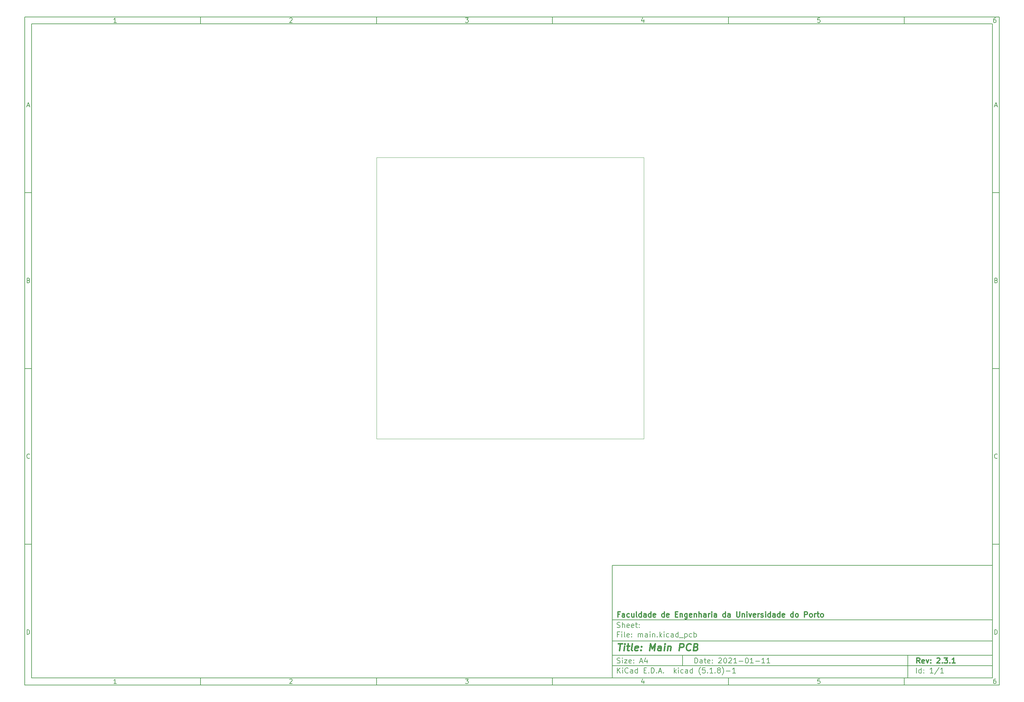
<source format=gbr>
%TF.GenerationSoftware,KiCad,Pcbnew,(5.1.8)-1*%
%TF.CreationDate,2021-01-11T16:48:45+00:00*%
%TF.ProjectId,main,6d61696e-2e6b-4696-9361-645f70636258,2.3.1*%
%TF.SameCoordinates,Original*%
%TF.FileFunction,Profile,NP*%
%FSLAX46Y46*%
G04 Gerber Fmt 4.6, Leading zero omitted, Abs format (unit mm)*
G04 Created by KiCad (PCBNEW (5.1.8)-1) date 2021-01-11 16:48:45*
%MOMM*%
%LPD*%
G01*
G04 APERTURE LIST*
%ADD10C,0.100000*%
%ADD11C,0.150000*%
%ADD12C,0.300000*%
%ADD13C,0.400000*%
%TA.AperFunction,Profile*%
%ADD14C,0.100000*%
%TD*%
G04 APERTURE END LIST*
D10*
D11*
X177002200Y-166007200D02*
X177002200Y-198007200D01*
X285002200Y-198007200D01*
X285002200Y-166007200D01*
X177002200Y-166007200D01*
D10*
D11*
X10000000Y-10000000D02*
X10000000Y-200007200D01*
X287002200Y-200007200D01*
X287002200Y-10000000D01*
X10000000Y-10000000D01*
D10*
D11*
X12000000Y-12000000D02*
X12000000Y-198007200D01*
X285002200Y-198007200D01*
X285002200Y-12000000D01*
X12000000Y-12000000D01*
D10*
D11*
X60000000Y-12000000D02*
X60000000Y-10000000D01*
D10*
D11*
X110000000Y-12000000D02*
X110000000Y-10000000D01*
D10*
D11*
X160000000Y-12000000D02*
X160000000Y-10000000D01*
D10*
D11*
X210000000Y-12000000D02*
X210000000Y-10000000D01*
D10*
D11*
X260000000Y-12000000D02*
X260000000Y-10000000D01*
D10*
D11*
X36065476Y-11588095D02*
X35322619Y-11588095D01*
X35694047Y-11588095D02*
X35694047Y-10288095D01*
X35570238Y-10473809D01*
X35446428Y-10597619D01*
X35322619Y-10659523D01*
D10*
D11*
X85322619Y-10411904D02*
X85384523Y-10350000D01*
X85508333Y-10288095D01*
X85817857Y-10288095D01*
X85941666Y-10350000D01*
X86003571Y-10411904D01*
X86065476Y-10535714D01*
X86065476Y-10659523D01*
X86003571Y-10845238D01*
X85260714Y-11588095D01*
X86065476Y-11588095D01*
D10*
D11*
X135260714Y-10288095D02*
X136065476Y-10288095D01*
X135632142Y-10783333D01*
X135817857Y-10783333D01*
X135941666Y-10845238D01*
X136003571Y-10907142D01*
X136065476Y-11030952D01*
X136065476Y-11340476D01*
X136003571Y-11464285D01*
X135941666Y-11526190D01*
X135817857Y-11588095D01*
X135446428Y-11588095D01*
X135322619Y-11526190D01*
X135260714Y-11464285D01*
D10*
D11*
X185941666Y-10721428D02*
X185941666Y-11588095D01*
X185632142Y-10226190D02*
X185322619Y-11154761D01*
X186127380Y-11154761D01*
D10*
D11*
X236003571Y-10288095D02*
X235384523Y-10288095D01*
X235322619Y-10907142D01*
X235384523Y-10845238D01*
X235508333Y-10783333D01*
X235817857Y-10783333D01*
X235941666Y-10845238D01*
X236003571Y-10907142D01*
X236065476Y-11030952D01*
X236065476Y-11340476D01*
X236003571Y-11464285D01*
X235941666Y-11526190D01*
X235817857Y-11588095D01*
X235508333Y-11588095D01*
X235384523Y-11526190D01*
X235322619Y-11464285D01*
D10*
D11*
X285941666Y-10288095D02*
X285694047Y-10288095D01*
X285570238Y-10350000D01*
X285508333Y-10411904D01*
X285384523Y-10597619D01*
X285322619Y-10845238D01*
X285322619Y-11340476D01*
X285384523Y-11464285D01*
X285446428Y-11526190D01*
X285570238Y-11588095D01*
X285817857Y-11588095D01*
X285941666Y-11526190D01*
X286003571Y-11464285D01*
X286065476Y-11340476D01*
X286065476Y-11030952D01*
X286003571Y-10907142D01*
X285941666Y-10845238D01*
X285817857Y-10783333D01*
X285570238Y-10783333D01*
X285446428Y-10845238D01*
X285384523Y-10907142D01*
X285322619Y-11030952D01*
D10*
D11*
X60000000Y-198007200D02*
X60000000Y-200007200D01*
D10*
D11*
X110000000Y-198007200D02*
X110000000Y-200007200D01*
D10*
D11*
X160000000Y-198007200D02*
X160000000Y-200007200D01*
D10*
D11*
X210000000Y-198007200D02*
X210000000Y-200007200D01*
D10*
D11*
X260000000Y-198007200D02*
X260000000Y-200007200D01*
D10*
D11*
X36065476Y-199595295D02*
X35322619Y-199595295D01*
X35694047Y-199595295D02*
X35694047Y-198295295D01*
X35570238Y-198481009D01*
X35446428Y-198604819D01*
X35322619Y-198666723D01*
D10*
D11*
X85322619Y-198419104D02*
X85384523Y-198357200D01*
X85508333Y-198295295D01*
X85817857Y-198295295D01*
X85941666Y-198357200D01*
X86003571Y-198419104D01*
X86065476Y-198542914D01*
X86065476Y-198666723D01*
X86003571Y-198852438D01*
X85260714Y-199595295D01*
X86065476Y-199595295D01*
D10*
D11*
X135260714Y-198295295D02*
X136065476Y-198295295D01*
X135632142Y-198790533D01*
X135817857Y-198790533D01*
X135941666Y-198852438D01*
X136003571Y-198914342D01*
X136065476Y-199038152D01*
X136065476Y-199347676D01*
X136003571Y-199471485D01*
X135941666Y-199533390D01*
X135817857Y-199595295D01*
X135446428Y-199595295D01*
X135322619Y-199533390D01*
X135260714Y-199471485D01*
D10*
D11*
X185941666Y-198728628D02*
X185941666Y-199595295D01*
X185632142Y-198233390D02*
X185322619Y-199161961D01*
X186127380Y-199161961D01*
D10*
D11*
X236003571Y-198295295D02*
X235384523Y-198295295D01*
X235322619Y-198914342D01*
X235384523Y-198852438D01*
X235508333Y-198790533D01*
X235817857Y-198790533D01*
X235941666Y-198852438D01*
X236003571Y-198914342D01*
X236065476Y-199038152D01*
X236065476Y-199347676D01*
X236003571Y-199471485D01*
X235941666Y-199533390D01*
X235817857Y-199595295D01*
X235508333Y-199595295D01*
X235384523Y-199533390D01*
X235322619Y-199471485D01*
D10*
D11*
X285941666Y-198295295D02*
X285694047Y-198295295D01*
X285570238Y-198357200D01*
X285508333Y-198419104D01*
X285384523Y-198604819D01*
X285322619Y-198852438D01*
X285322619Y-199347676D01*
X285384523Y-199471485D01*
X285446428Y-199533390D01*
X285570238Y-199595295D01*
X285817857Y-199595295D01*
X285941666Y-199533390D01*
X286003571Y-199471485D01*
X286065476Y-199347676D01*
X286065476Y-199038152D01*
X286003571Y-198914342D01*
X285941666Y-198852438D01*
X285817857Y-198790533D01*
X285570238Y-198790533D01*
X285446428Y-198852438D01*
X285384523Y-198914342D01*
X285322619Y-199038152D01*
D10*
D11*
X10000000Y-60000000D02*
X12000000Y-60000000D01*
D10*
D11*
X10000000Y-110000000D02*
X12000000Y-110000000D01*
D10*
D11*
X10000000Y-160000000D02*
X12000000Y-160000000D01*
D10*
D11*
X10690476Y-35216666D02*
X11309523Y-35216666D01*
X10566666Y-35588095D02*
X11000000Y-34288095D01*
X11433333Y-35588095D01*
D10*
D11*
X11092857Y-84907142D02*
X11278571Y-84969047D01*
X11340476Y-85030952D01*
X11402380Y-85154761D01*
X11402380Y-85340476D01*
X11340476Y-85464285D01*
X11278571Y-85526190D01*
X11154761Y-85588095D01*
X10659523Y-85588095D01*
X10659523Y-84288095D01*
X11092857Y-84288095D01*
X11216666Y-84350000D01*
X11278571Y-84411904D01*
X11340476Y-84535714D01*
X11340476Y-84659523D01*
X11278571Y-84783333D01*
X11216666Y-84845238D01*
X11092857Y-84907142D01*
X10659523Y-84907142D01*
D10*
D11*
X11402380Y-135464285D02*
X11340476Y-135526190D01*
X11154761Y-135588095D01*
X11030952Y-135588095D01*
X10845238Y-135526190D01*
X10721428Y-135402380D01*
X10659523Y-135278571D01*
X10597619Y-135030952D01*
X10597619Y-134845238D01*
X10659523Y-134597619D01*
X10721428Y-134473809D01*
X10845238Y-134350000D01*
X11030952Y-134288095D01*
X11154761Y-134288095D01*
X11340476Y-134350000D01*
X11402380Y-134411904D01*
D10*
D11*
X10659523Y-185588095D02*
X10659523Y-184288095D01*
X10969047Y-184288095D01*
X11154761Y-184350000D01*
X11278571Y-184473809D01*
X11340476Y-184597619D01*
X11402380Y-184845238D01*
X11402380Y-185030952D01*
X11340476Y-185278571D01*
X11278571Y-185402380D01*
X11154761Y-185526190D01*
X10969047Y-185588095D01*
X10659523Y-185588095D01*
D10*
D11*
X287002200Y-60000000D02*
X285002200Y-60000000D01*
D10*
D11*
X287002200Y-110000000D02*
X285002200Y-110000000D01*
D10*
D11*
X287002200Y-160000000D02*
X285002200Y-160000000D01*
D10*
D11*
X285692676Y-35216666D02*
X286311723Y-35216666D01*
X285568866Y-35588095D02*
X286002200Y-34288095D01*
X286435533Y-35588095D01*
D10*
D11*
X286095057Y-84907142D02*
X286280771Y-84969047D01*
X286342676Y-85030952D01*
X286404580Y-85154761D01*
X286404580Y-85340476D01*
X286342676Y-85464285D01*
X286280771Y-85526190D01*
X286156961Y-85588095D01*
X285661723Y-85588095D01*
X285661723Y-84288095D01*
X286095057Y-84288095D01*
X286218866Y-84350000D01*
X286280771Y-84411904D01*
X286342676Y-84535714D01*
X286342676Y-84659523D01*
X286280771Y-84783333D01*
X286218866Y-84845238D01*
X286095057Y-84907142D01*
X285661723Y-84907142D01*
D10*
D11*
X286404580Y-135464285D02*
X286342676Y-135526190D01*
X286156961Y-135588095D01*
X286033152Y-135588095D01*
X285847438Y-135526190D01*
X285723628Y-135402380D01*
X285661723Y-135278571D01*
X285599819Y-135030952D01*
X285599819Y-134845238D01*
X285661723Y-134597619D01*
X285723628Y-134473809D01*
X285847438Y-134350000D01*
X286033152Y-134288095D01*
X286156961Y-134288095D01*
X286342676Y-134350000D01*
X286404580Y-134411904D01*
D10*
D11*
X285661723Y-185588095D02*
X285661723Y-184288095D01*
X285971247Y-184288095D01*
X286156961Y-184350000D01*
X286280771Y-184473809D01*
X286342676Y-184597619D01*
X286404580Y-184845238D01*
X286404580Y-185030952D01*
X286342676Y-185278571D01*
X286280771Y-185402380D01*
X286156961Y-185526190D01*
X285971247Y-185588095D01*
X285661723Y-185588095D01*
D10*
D11*
X200434342Y-193785771D02*
X200434342Y-192285771D01*
X200791485Y-192285771D01*
X201005771Y-192357200D01*
X201148628Y-192500057D01*
X201220057Y-192642914D01*
X201291485Y-192928628D01*
X201291485Y-193142914D01*
X201220057Y-193428628D01*
X201148628Y-193571485D01*
X201005771Y-193714342D01*
X200791485Y-193785771D01*
X200434342Y-193785771D01*
X202577200Y-193785771D02*
X202577200Y-193000057D01*
X202505771Y-192857200D01*
X202362914Y-192785771D01*
X202077200Y-192785771D01*
X201934342Y-192857200D01*
X202577200Y-193714342D02*
X202434342Y-193785771D01*
X202077200Y-193785771D01*
X201934342Y-193714342D01*
X201862914Y-193571485D01*
X201862914Y-193428628D01*
X201934342Y-193285771D01*
X202077200Y-193214342D01*
X202434342Y-193214342D01*
X202577200Y-193142914D01*
X203077200Y-192785771D02*
X203648628Y-192785771D01*
X203291485Y-192285771D02*
X203291485Y-193571485D01*
X203362914Y-193714342D01*
X203505771Y-193785771D01*
X203648628Y-193785771D01*
X204720057Y-193714342D02*
X204577200Y-193785771D01*
X204291485Y-193785771D01*
X204148628Y-193714342D01*
X204077200Y-193571485D01*
X204077200Y-193000057D01*
X204148628Y-192857200D01*
X204291485Y-192785771D01*
X204577200Y-192785771D01*
X204720057Y-192857200D01*
X204791485Y-193000057D01*
X204791485Y-193142914D01*
X204077200Y-193285771D01*
X205434342Y-193642914D02*
X205505771Y-193714342D01*
X205434342Y-193785771D01*
X205362914Y-193714342D01*
X205434342Y-193642914D01*
X205434342Y-193785771D01*
X205434342Y-192857200D02*
X205505771Y-192928628D01*
X205434342Y-193000057D01*
X205362914Y-192928628D01*
X205434342Y-192857200D01*
X205434342Y-193000057D01*
X207220057Y-192428628D02*
X207291485Y-192357200D01*
X207434342Y-192285771D01*
X207791485Y-192285771D01*
X207934342Y-192357200D01*
X208005771Y-192428628D01*
X208077200Y-192571485D01*
X208077200Y-192714342D01*
X208005771Y-192928628D01*
X207148628Y-193785771D01*
X208077200Y-193785771D01*
X209005771Y-192285771D02*
X209148628Y-192285771D01*
X209291485Y-192357200D01*
X209362914Y-192428628D01*
X209434342Y-192571485D01*
X209505771Y-192857200D01*
X209505771Y-193214342D01*
X209434342Y-193500057D01*
X209362914Y-193642914D01*
X209291485Y-193714342D01*
X209148628Y-193785771D01*
X209005771Y-193785771D01*
X208862914Y-193714342D01*
X208791485Y-193642914D01*
X208720057Y-193500057D01*
X208648628Y-193214342D01*
X208648628Y-192857200D01*
X208720057Y-192571485D01*
X208791485Y-192428628D01*
X208862914Y-192357200D01*
X209005771Y-192285771D01*
X210077200Y-192428628D02*
X210148628Y-192357200D01*
X210291485Y-192285771D01*
X210648628Y-192285771D01*
X210791485Y-192357200D01*
X210862914Y-192428628D01*
X210934342Y-192571485D01*
X210934342Y-192714342D01*
X210862914Y-192928628D01*
X210005771Y-193785771D01*
X210934342Y-193785771D01*
X212362914Y-193785771D02*
X211505771Y-193785771D01*
X211934342Y-193785771D02*
X211934342Y-192285771D01*
X211791485Y-192500057D01*
X211648628Y-192642914D01*
X211505771Y-192714342D01*
X213005771Y-193214342D02*
X214148628Y-193214342D01*
X215148628Y-192285771D02*
X215291485Y-192285771D01*
X215434342Y-192357200D01*
X215505771Y-192428628D01*
X215577200Y-192571485D01*
X215648628Y-192857200D01*
X215648628Y-193214342D01*
X215577200Y-193500057D01*
X215505771Y-193642914D01*
X215434342Y-193714342D01*
X215291485Y-193785771D01*
X215148628Y-193785771D01*
X215005771Y-193714342D01*
X214934342Y-193642914D01*
X214862914Y-193500057D01*
X214791485Y-193214342D01*
X214791485Y-192857200D01*
X214862914Y-192571485D01*
X214934342Y-192428628D01*
X215005771Y-192357200D01*
X215148628Y-192285771D01*
X217077200Y-193785771D02*
X216220057Y-193785771D01*
X216648628Y-193785771D02*
X216648628Y-192285771D01*
X216505771Y-192500057D01*
X216362914Y-192642914D01*
X216220057Y-192714342D01*
X217720057Y-193214342D02*
X218862914Y-193214342D01*
X220362914Y-193785771D02*
X219505771Y-193785771D01*
X219934342Y-193785771D02*
X219934342Y-192285771D01*
X219791485Y-192500057D01*
X219648628Y-192642914D01*
X219505771Y-192714342D01*
X221791485Y-193785771D02*
X220934342Y-193785771D01*
X221362914Y-193785771D02*
X221362914Y-192285771D01*
X221220057Y-192500057D01*
X221077200Y-192642914D01*
X220934342Y-192714342D01*
D10*
D11*
X177002200Y-194507200D02*
X285002200Y-194507200D01*
D10*
D11*
X178434342Y-196585771D02*
X178434342Y-195085771D01*
X179291485Y-196585771D02*
X178648628Y-195728628D01*
X179291485Y-195085771D02*
X178434342Y-195942914D01*
X179934342Y-196585771D02*
X179934342Y-195585771D01*
X179934342Y-195085771D02*
X179862914Y-195157200D01*
X179934342Y-195228628D01*
X180005771Y-195157200D01*
X179934342Y-195085771D01*
X179934342Y-195228628D01*
X181505771Y-196442914D02*
X181434342Y-196514342D01*
X181220057Y-196585771D01*
X181077200Y-196585771D01*
X180862914Y-196514342D01*
X180720057Y-196371485D01*
X180648628Y-196228628D01*
X180577200Y-195942914D01*
X180577200Y-195728628D01*
X180648628Y-195442914D01*
X180720057Y-195300057D01*
X180862914Y-195157200D01*
X181077200Y-195085771D01*
X181220057Y-195085771D01*
X181434342Y-195157200D01*
X181505771Y-195228628D01*
X182791485Y-196585771D02*
X182791485Y-195800057D01*
X182720057Y-195657200D01*
X182577200Y-195585771D01*
X182291485Y-195585771D01*
X182148628Y-195657200D01*
X182791485Y-196514342D02*
X182648628Y-196585771D01*
X182291485Y-196585771D01*
X182148628Y-196514342D01*
X182077200Y-196371485D01*
X182077200Y-196228628D01*
X182148628Y-196085771D01*
X182291485Y-196014342D01*
X182648628Y-196014342D01*
X182791485Y-195942914D01*
X184148628Y-196585771D02*
X184148628Y-195085771D01*
X184148628Y-196514342D02*
X184005771Y-196585771D01*
X183720057Y-196585771D01*
X183577200Y-196514342D01*
X183505771Y-196442914D01*
X183434342Y-196300057D01*
X183434342Y-195871485D01*
X183505771Y-195728628D01*
X183577200Y-195657200D01*
X183720057Y-195585771D01*
X184005771Y-195585771D01*
X184148628Y-195657200D01*
X186005771Y-195800057D02*
X186505771Y-195800057D01*
X186720057Y-196585771D02*
X186005771Y-196585771D01*
X186005771Y-195085771D01*
X186720057Y-195085771D01*
X187362914Y-196442914D02*
X187434342Y-196514342D01*
X187362914Y-196585771D01*
X187291485Y-196514342D01*
X187362914Y-196442914D01*
X187362914Y-196585771D01*
X188077200Y-196585771D02*
X188077200Y-195085771D01*
X188434342Y-195085771D01*
X188648628Y-195157200D01*
X188791485Y-195300057D01*
X188862914Y-195442914D01*
X188934342Y-195728628D01*
X188934342Y-195942914D01*
X188862914Y-196228628D01*
X188791485Y-196371485D01*
X188648628Y-196514342D01*
X188434342Y-196585771D01*
X188077200Y-196585771D01*
X189577200Y-196442914D02*
X189648628Y-196514342D01*
X189577200Y-196585771D01*
X189505771Y-196514342D01*
X189577200Y-196442914D01*
X189577200Y-196585771D01*
X190220057Y-196157200D02*
X190934342Y-196157200D01*
X190077200Y-196585771D02*
X190577200Y-195085771D01*
X191077200Y-196585771D01*
X191577200Y-196442914D02*
X191648628Y-196514342D01*
X191577200Y-196585771D01*
X191505771Y-196514342D01*
X191577200Y-196442914D01*
X191577200Y-196585771D01*
X194577200Y-196585771D02*
X194577200Y-195085771D01*
X194720057Y-196014342D02*
X195148628Y-196585771D01*
X195148628Y-195585771D02*
X194577200Y-196157200D01*
X195791485Y-196585771D02*
X195791485Y-195585771D01*
X195791485Y-195085771D02*
X195720057Y-195157200D01*
X195791485Y-195228628D01*
X195862914Y-195157200D01*
X195791485Y-195085771D01*
X195791485Y-195228628D01*
X197148628Y-196514342D02*
X197005771Y-196585771D01*
X196720057Y-196585771D01*
X196577200Y-196514342D01*
X196505771Y-196442914D01*
X196434342Y-196300057D01*
X196434342Y-195871485D01*
X196505771Y-195728628D01*
X196577200Y-195657200D01*
X196720057Y-195585771D01*
X197005771Y-195585771D01*
X197148628Y-195657200D01*
X198434342Y-196585771D02*
X198434342Y-195800057D01*
X198362914Y-195657200D01*
X198220057Y-195585771D01*
X197934342Y-195585771D01*
X197791485Y-195657200D01*
X198434342Y-196514342D02*
X198291485Y-196585771D01*
X197934342Y-196585771D01*
X197791485Y-196514342D01*
X197720057Y-196371485D01*
X197720057Y-196228628D01*
X197791485Y-196085771D01*
X197934342Y-196014342D01*
X198291485Y-196014342D01*
X198434342Y-195942914D01*
X199791485Y-196585771D02*
X199791485Y-195085771D01*
X199791485Y-196514342D02*
X199648628Y-196585771D01*
X199362914Y-196585771D01*
X199220057Y-196514342D01*
X199148628Y-196442914D01*
X199077200Y-196300057D01*
X199077200Y-195871485D01*
X199148628Y-195728628D01*
X199220057Y-195657200D01*
X199362914Y-195585771D01*
X199648628Y-195585771D01*
X199791485Y-195657200D01*
X202077200Y-197157200D02*
X202005771Y-197085771D01*
X201862914Y-196871485D01*
X201791485Y-196728628D01*
X201720057Y-196514342D01*
X201648628Y-196157200D01*
X201648628Y-195871485D01*
X201720057Y-195514342D01*
X201791485Y-195300057D01*
X201862914Y-195157200D01*
X202005771Y-194942914D01*
X202077200Y-194871485D01*
X203362914Y-195085771D02*
X202648628Y-195085771D01*
X202577200Y-195800057D01*
X202648628Y-195728628D01*
X202791485Y-195657200D01*
X203148628Y-195657200D01*
X203291485Y-195728628D01*
X203362914Y-195800057D01*
X203434342Y-195942914D01*
X203434342Y-196300057D01*
X203362914Y-196442914D01*
X203291485Y-196514342D01*
X203148628Y-196585771D01*
X202791485Y-196585771D01*
X202648628Y-196514342D01*
X202577200Y-196442914D01*
X204077200Y-196442914D02*
X204148628Y-196514342D01*
X204077200Y-196585771D01*
X204005771Y-196514342D01*
X204077200Y-196442914D01*
X204077200Y-196585771D01*
X205577200Y-196585771D02*
X204720057Y-196585771D01*
X205148628Y-196585771D02*
X205148628Y-195085771D01*
X205005771Y-195300057D01*
X204862914Y-195442914D01*
X204720057Y-195514342D01*
X206220057Y-196442914D02*
X206291485Y-196514342D01*
X206220057Y-196585771D01*
X206148628Y-196514342D01*
X206220057Y-196442914D01*
X206220057Y-196585771D01*
X207148628Y-195728628D02*
X207005771Y-195657200D01*
X206934342Y-195585771D01*
X206862914Y-195442914D01*
X206862914Y-195371485D01*
X206934342Y-195228628D01*
X207005771Y-195157200D01*
X207148628Y-195085771D01*
X207434342Y-195085771D01*
X207577200Y-195157200D01*
X207648628Y-195228628D01*
X207720057Y-195371485D01*
X207720057Y-195442914D01*
X207648628Y-195585771D01*
X207577200Y-195657200D01*
X207434342Y-195728628D01*
X207148628Y-195728628D01*
X207005771Y-195800057D01*
X206934342Y-195871485D01*
X206862914Y-196014342D01*
X206862914Y-196300057D01*
X206934342Y-196442914D01*
X207005771Y-196514342D01*
X207148628Y-196585771D01*
X207434342Y-196585771D01*
X207577200Y-196514342D01*
X207648628Y-196442914D01*
X207720057Y-196300057D01*
X207720057Y-196014342D01*
X207648628Y-195871485D01*
X207577200Y-195800057D01*
X207434342Y-195728628D01*
X208220057Y-197157200D02*
X208291485Y-197085771D01*
X208434342Y-196871485D01*
X208505771Y-196728628D01*
X208577200Y-196514342D01*
X208648628Y-196157200D01*
X208648628Y-195871485D01*
X208577200Y-195514342D01*
X208505771Y-195300057D01*
X208434342Y-195157200D01*
X208291485Y-194942914D01*
X208220057Y-194871485D01*
X209362914Y-196014342D02*
X210505771Y-196014342D01*
X212005771Y-196585771D02*
X211148628Y-196585771D01*
X211577200Y-196585771D02*
X211577200Y-195085771D01*
X211434342Y-195300057D01*
X211291485Y-195442914D01*
X211148628Y-195514342D01*
D10*
D11*
X177002200Y-191507200D02*
X285002200Y-191507200D01*
D10*
D12*
X264411485Y-193785771D02*
X263911485Y-193071485D01*
X263554342Y-193785771D02*
X263554342Y-192285771D01*
X264125771Y-192285771D01*
X264268628Y-192357200D01*
X264340057Y-192428628D01*
X264411485Y-192571485D01*
X264411485Y-192785771D01*
X264340057Y-192928628D01*
X264268628Y-193000057D01*
X264125771Y-193071485D01*
X263554342Y-193071485D01*
X265625771Y-193714342D02*
X265482914Y-193785771D01*
X265197200Y-193785771D01*
X265054342Y-193714342D01*
X264982914Y-193571485D01*
X264982914Y-193000057D01*
X265054342Y-192857200D01*
X265197200Y-192785771D01*
X265482914Y-192785771D01*
X265625771Y-192857200D01*
X265697200Y-193000057D01*
X265697200Y-193142914D01*
X264982914Y-193285771D01*
X266197200Y-192785771D02*
X266554342Y-193785771D01*
X266911485Y-192785771D01*
X267482914Y-193642914D02*
X267554342Y-193714342D01*
X267482914Y-193785771D01*
X267411485Y-193714342D01*
X267482914Y-193642914D01*
X267482914Y-193785771D01*
X267482914Y-192857200D02*
X267554342Y-192928628D01*
X267482914Y-193000057D01*
X267411485Y-192928628D01*
X267482914Y-192857200D01*
X267482914Y-193000057D01*
X269268628Y-192428628D02*
X269340057Y-192357200D01*
X269482914Y-192285771D01*
X269840057Y-192285771D01*
X269982914Y-192357200D01*
X270054342Y-192428628D01*
X270125771Y-192571485D01*
X270125771Y-192714342D01*
X270054342Y-192928628D01*
X269197200Y-193785771D01*
X270125771Y-193785771D01*
X270768628Y-193642914D02*
X270840057Y-193714342D01*
X270768628Y-193785771D01*
X270697200Y-193714342D01*
X270768628Y-193642914D01*
X270768628Y-193785771D01*
X271340057Y-192285771D02*
X272268628Y-192285771D01*
X271768628Y-192857200D01*
X271982914Y-192857200D01*
X272125771Y-192928628D01*
X272197200Y-193000057D01*
X272268628Y-193142914D01*
X272268628Y-193500057D01*
X272197200Y-193642914D01*
X272125771Y-193714342D01*
X271982914Y-193785771D01*
X271554342Y-193785771D01*
X271411485Y-193714342D01*
X271340057Y-193642914D01*
X272911485Y-193642914D02*
X272982914Y-193714342D01*
X272911485Y-193785771D01*
X272840057Y-193714342D01*
X272911485Y-193642914D01*
X272911485Y-193785771D01*
X274411485Y-193785771D02*
X273554342Y-193785771D01*
X273982914Y-193785771D02*
X273982914Y-192285771D01*
X273840057Y-192500057D01*
X273697200Y-192642914D01*
X273554342Y-192714342D01*
D10*
D11*
X178362914Y-193714342D02*
X178577200Y-193785771D01*
X178934342Y-193785771D01*
X179077200Y-193714342D01*
X179148628Y-193642914D01*
X179220057Y-193500057D01*
X179220057Y-193357200D01*
X179148628Y-193214342D01*
X179077200Y-193142914D01*
X178934342Y-193071485D01*
X178648628Y-193000057D01*
X178505771Y-192928628D01*
X178434342Y-192857200D01*
X178362914Y-192714342D01*
X178362914Y-192571485D01*
X178434342Y-192428628D01*
X178505771Y-192357200D01*
X178648628Y-192285771D01*
X179005771Y-192285771D01*
X179220057Y-192357200D01*
X179862914Y-193785771D02*
X179862914Y-192785771D01*
X179862914Y-192285771D02*
X179791485Y-192357200D01*
X179862914Y-192428628D01*
X179934342Y-192357200D01*
X179862914Y-192285771D01*
X179862914Y-192428628D01*
X180434342Y-192785771D02*
X181220057Y-192785771D01*
X180434342Y-193785771D01*
X181220057Y-193785771D01*
X182362914Y-193714342D02*
X182220057Y-193785771D01*
X181934342Y-193785771D01*
X181791485Y-193714342D01*
X181720057Y-193571485D01*
X181720057Y-193000057D01*
X181791485Y-192857200D01*
X181934342Y-192785771D01*
X182220057Y-192785771D01*
X182362914Y-192857200D01*
X182434342Y-193000057D01*
X182434342Y-193142914D01*
X181720057Y-193285771D01*
X183077200Y-193642914D02*
X183148628Y-193714342D01*
X183077200Y-193785771D01*
X183005771Y-193714342D01*
X183077200Y-193642914D01*
X183077200Y-193785771D01*
X183077200Y-192857200D02*
X183148628Y-192928628D01*
X183077200Y-193000057D01*
X183005771Y-192928628D01*
X183077200Y-192857200D01*
X183077200Y-193000057D01*
X184862914Y-193357200D02*
X185577200Y-193357200D01*
X184720057Y-193785771D02*
X185220057Y-192285771D01*
X185720057Y-193785771D01*
X186862914Y-192785771D02*
X186862914Y-193785771D01*
X186505771Y-192214342D02*
X186148628Y-193285771D01*
X187077200Y-193285771D01*
D10*
D11*
X263434342Y-196585771D02*
X263434342Y-195085771D01*
X264791485Y-196585771D02*
X264791485Y-195085771D01*
X264791485Y-196514342D02*
X264648628Y-196585771D01*
X264362914Y-196585771D01*
X264220057Y-196514342D01*
X264148628Y-196442914D01*
X264077200Y-196300057D01*
X264077200Y-195871485D01*
X264148628Y-195728628D01*
X264220057Y-195657200D01*
X264362914Y-195585771D01*
X264648628Y-195585771D01*
X264791485Y-195657200D01*
X265505771Y-196442914D02*
X265577200Y-196514342D01*
X265505771Y-196585771D01*
X265434342Y-196514342D01*
X265505771Y-196442914D01*
X265505771Y-196585771D01*
X265505771Y-195657200D02*
X265577200Y-195728628D01*
X265505771Y-195800057D01*
X265434342Y-195728628D01*
X265505771Y-195657200D01*
X265505771Y-195800057D01*
X268148628Y-196585771D02*
X267291485Y-196585771D01*
X267720057Y-196585771D02*
X267720057Y-195085771D01*
X267577200Y-195300057D01*
X267434342Y-195442914D01*
X267291485Y-195514342D01*
X269862914Y-195014342D02*
X268577200Y-196942914D01*
X271148628Y-196585771D02*
X270291485Y-196585771D01*
X270720057Y-196585771D02*
X270720057Y-195085771D01*
X270577200Y-195300057D01*
X270434342Y-195442914D01*
X270291485Y-195514342D01*
D10*
D11*
X177002200Y-187507200D02*
X285002200Y-187507200D01*
D10*
D13*
X178714580Y-188211961D02*
X179857438Y-188211961D01*
X179036009Y-190211961D02*
X179286009Y-188211961D01*
X180274104Y-190211961D02*
X180440771Y-188878628D01*
X180524104Y-188211961D02*
X180416961Y-188307200D01*
X180500295Y-188402438D01*
X180607438Y-188307200D01*
X180524104Y-188211961D01*
X180500295Y-188402438D01*
X181107438Y-188878628D02*
X181869342Y-188878628D01*
X181476485Y-188211961D02*
X181262200Y-189926247D01*
X181333628Y-190116723D01*
X181512200Y-190211961D01*
X181702676Y-190211961D01*
X182655057Y-190211961D02*
X182476485Y-190116723D01*
X182405057Y-189926247D01*
X182619342Y-188211961D01*
X184190771Y-190116723D02*
X183988390Y-190211961D01*
X183607438Y-190211961D01*
X183428866Y-190116723D01*
X183357438Y-189926247D01*
X183452676Y-189164342D01*
X183571723Y-188973866D01*
X183774104Y-188878628D01*
X184155057Y-188878628D01*
X184333628Y-188973866D01*
X184405057Y-189164342D01*
X184381247Y-189354819D01*
X183405057Y-189545295D01*
X185155057Y-190021485D02*
X185238390Y-190116723D01*
X185131247Y-190211961D01*
X185047914Y-190116723D01*
X185155057Y-190021485D01*
X185131247Y-190211961D01*
X185286009Y-188973866D02*
X185369342Y-189069104D01*
X185262200Y-189164342D01*
X185178866Y-189069104D01*
X185286009Y-188973866D01*
X185262200Y-189164342D01*
X187607438Y-190211961D02*
X187857438Y-188211961D01*
X188345533Y-189640533D01*
X189190771Y-188211961D01*
X188940771Y-190211961D01*
X190750295Y-190211961D02*
X190881247Y-189164342D01*
X190809819Y-188973866D01*
X190631247Y-188878628D01*
X190250295Y-188878628D01*
X190047914Y-188973866D01*
X190762200Y-190116723D02*
X190559819Y-190211961D01*
X190083628Y-190211961D01*
X189905057Y-190116723D01*
X189833628Y-189926247D01*
X189857438Y-189735771D01*
X189976485Y-189545295D01*
X190178866Y-189450057D01*
X190655057Y-189450057D01*
X190857438Y-189354819D01*
X191702676Y-190211961D02*
X191869342Y-188878628D01*
X191952676Y-188211961D02*
X191845533Y-188307200D01*
X191928866Y-188402438D01*
X192036009Y-188307200D01*
X191952676Y-188211961D01*
X191928866Y-188402438D01*
X192821723Y-188878628D02*
X192655057Y-190211961D01*
X192797914Y-189069104D02*
X192905057Y-188973866D01*
X193107438Y-188878628D01*
X193393152Y-188878628D01*
X193571723Y-188973866D01*
X193643152Y-189164342D01*
X193512200Y-190211961D01*
X195988390Y-190211961D02*
X196238390Y-188211961D01*
X197000295Y-188211961D01*
X197178866Y-188307200D01*
X197262200Y-188402438D01*
X197333628Y-188592914D01*
X197297914Y-188878628D01*
X197178866Y-189069104D01*
X197071723Y-189164342D01*
X196869342Y-189259580D01*
X196107438Y-189259580D01*
X199155057Y-190021485D02*
X199047914Y-190116723D01*
X198750295Y-190211961D01*
X198559819Y-190211961D01*
X198286009Y-190116723D01*
X198119342Y-189926247D01*
X198047914Y-189735771D01*
X198000295Y-189354819D01*
X198036009Y-189069104D01*
X198178866Y-188688152D01*
X198297914Y-188497676D01*
X198512200Y-188307200D01*
X198809819Y-188211961D01*
X199000295Y-188211961D01*
X199274104Y-188307200D01*
X199357438Y-188402438D01*
X200786009Y-189164342D02*
X201059819Y-189259580D01*
X201143152Y-189354819D01*
X201214580Y-189545295D01*
X201178866Y-189831009D01*
X201059819Y-190021485D01*
X200952676Y-190116723D01*
X200750295Y-190211961D01*
X199988390Y-190211961D01*
X200238390Y-188211961D01*
X200905057Y-188211961D01*
X201083628Y-188307200D01*
X201166961Y-188402438D01*
X201238390Y-188592914D01*
X201214580Y-188783390D01*
X201095533Y-188973866D01*
X200988390Y-189069104D01*
X200786009Y-189164342D01*
X200119342Y-189164342D01*
D10*
D11*
X178934342Y-185600057D02*
X178434342Y-185600057D01*
X178434342Y-186385771D02*
X178434342Y-184885771D01*
X179148628Y-184885771D01*
X179720057Y-186385771D02*
X179720057Y-185385771D01*
X179720057Y-184885771D02*
X179648628Y-184957200D01*
X179720057Y-185028628D01*
X179791485Y-184957200D01*
X179720057Y-184885771D01*
X179720057Y-185028628D01*
X180648628Y-186385771D02*
X180505771Y-186314342D01*
X180434342Y-186171485D01*
X180434342Y-184885771D01*
X181791485Y-186314342D02*
X181648628Y-186385771D01*
X181362914Y-186385771D01*
X181220057Y-186314342D01*
X181148628Y-186171485D01*
X181148628Y-185600057D01*
X181220057Y-185457200D01*
X181362914Y-185385771D01*
X181648628Y-185385771D01*
X181791485Y-185457200D01*
X181862914Y-185600057D01*
X181862914Y-185742914D01*
X181148628Y-185885771D01*
X182505771Y-186242914D02*
X182577200Y-186314342D01*
X182505771Y-186385771D01*
X182434342Y-186314342D01*
X182505771Y-186242914D01*
X182505771Y-186385771D01*
X182505771Y-185457200D02*
X182577200Y-185528628D01*
X182505771Y-185600057D01*
X182434342Y-185528628D01*
X182505771Y-185457200D01*
X182505771Y-185600057D01*
X184362914Y-186385771D02*
X184362914Y-185385771D01*
X184362914Y-185528628D02*
X184434342Y-185457200D01*
X184577200Y-185385771D01*
X184791485Y-185385771D01*
X184934342Y-185457200D01*
X185005771Y-185600057D01*
X185005771Y-186385771D01*
X185005771Y-185600057D02*
X185077200Y-185457200D01*
X185220057Y-185385771D01*
X185434342Y-185385771D01*
X185577200Y-185457200D01*
X185648628Y-185600057D01*
X185648628Y-186385771D01*
X187005771Y-186385771D02*
X187005771Y-185600057D01*
X186934342Y-185457200D01*
X186791485Y-185385771D01*
X186505771Y-185385771D01*
X186362914Y-185457200D01*
X187005771Y-186314342D02*
X186862914Y-186385771D01*
X186505771Y-186385771D01*
X186362914Y-186314342D01*
X186291485Y-186171485D01*
X186291485Y-186028628D01*
X186362914Y-185885771D01*
X186505771Y-185814342D01*
X186862914Y-185814342D01*
X187005771Y-185742914D01*
X187720057Y-186385771D02*
X187720057Y-185385771D01*
X187720057Y-184885771D02*
X187648628Y-184957200D01*
X187720057Y-185028628D01*
X187791485Y-184957200D01*
X187720057Y-184885771D01*
X187720057Y-185028628D01*
X188434342Y-185385771D02*
X188434342Y-186385771D01*
X188434342Y-185528628D02*
X188505771Y-185457200D01*
X188648628Y-185385771D01*
X188862914Y-185385771D01*
X189005771Y-185457200D01*
X189077200Y-185600057D01*
X189077200Y-186385771D01*
X189791485Y-186242914D02*
X189862914Y-186314342D01*
X189791485Y-186385771D01*
X189720057Y-186314342D01*
X189791485Y-186242914D01*
X189791485Y-186385771D01*
X190505771Y-186385771D02*
X190505771Y-184885771D01*
X190648628Y-185814342D02*
X191077200Y-186385771D01*
X191077200Y-185385771D02*
X190505771Y-185957200D01*
X191720057Y-186385771D02*
X191720057Y-185385771D01*
X191720057Y-184885771D02*
X191648628Y-184957200D01*
X191720057Y-185028628D01*
X191791485Y-184957200D01*
X191720057Y-184885771D01*
X191720057Y-185028628D01*
X193077200Y-186314342D02*
X192934342Y-186385771D01*
X192648628Y-186385771D01*
X192505771Y-186314342D01*
X192434342Y-186242914D01*
X192362914Y-186100057D01*
X192362914Y-185671485D01*
X192434342Y-185528628D01*
X192505771Y-185457200D01*
X192648628Y-185385771D01*
X192934342Y-185385771D01*
X193077200Y-185457200D01*
X194362914Y-186385771D02*
X194362914Y-185600057D01*
X194291485Y-185457200D01*
X194148628Y-185385771D01*
X193862914Y-185385771D01*
X193720057Y-185457200D01*
X194362914Y-186314342D02*
X194220057Y-186385771D01*
X193862914Y-186385771D01*
X193720057Y-186314342D01*
X193648628Y-186171485D01*
X193648628Y-186028628D01*
X193720057Y-185885771D01*
X193862914Y-185814342D01*
X194220057Y-185814342D01*
X194362914Y-185742914D01*
X195720057Y-186385771D02*
X195720057Y-184885771D01*
X195720057Y-186314342D02*
X195577200Y-186385771D01*
X195291485Y-186385771D01*
X195148628Y-186314342D01*
X195077200Y-186242914D01*
X195005771Y-186100057D01*
X195005771Y-185671485D01*
X195077200Y-185528628D01*
X195148628Y-185457200D01*
X195291485Y-185385771D01*
X195577200Y-185385771D01*
X195720057Y-185457200D01*
X196077200Y-186528628D02*
X197220057Y-186528628D01*
X197577200Y-185385771D02*
X197577200Y-186885771D01*
X197577200Y-185457200D02*
X197720057Y-185385771D01*
X198005771Y-185385771D01*
X198148628Y-185457200D01*
X198220057Y-185528628D01*
X198291485Y-185671485D01*
X198291485Y-186100057D01*
X198220057Y-186242914D01*
X198148628Y-186314342D01*
X198005771Y-186385771D01*
X197720057Y-186385771D01*
X197577200Y-186314342D01*
X199577200Y-186314342D02*
X199434342Y-186385771D01*
X199148628Y-186385771D01*
X199005771Y-186314342D01*
X198934342Y-186242914D01*
X198862914Y-186100057D01*
X198862914Y-185671485D01*
X198934342Y-185528628D01*
X199005771Y-185457200D01*
X199148628Y-185385771D01*
X199434342Y-185385771D01*
X199577200Y-185457200D01*
X200220057Y-186385771D02*
X200220057Y-184885771D01*
X200220057Y-185457200D02*
X200362914Y-185385771D01*
X200648628Y-185385771D01*
X200791485Y-185457200D01*
X200862914Y-185528628D01*
X200934342Y-185671485D01*
X200934342Y-186100057D01*
X200862914Y-186242914D01*
X200791485Y-186314342D01*
X200648628Y-186385771D01*
X200362914Y-186385771D01*
X200220057Y-186314342D01*
D10*
D11*
X177002200Y-181507200D02*
X285002200Y-181507200D01*
D10*
D11*
X178362914Y-183614342D02*
X178577200Y-183685771D01*
X178934342Y-183685771D01*
X179077200Y-183614342D01*
X179148628Y-183542914D01*
X179220057Y-183400057D01*
X179220057Y-183257200D01*
X179148628Y-183114342D01*
X179077200Y-183042914D01*
X178934342Y-182971485D01*
X178648628Y-182900057D01*
X178505771Y-182828628D01*
X178434342Y-182757200D01*
X178362914Y-182614342D01*
X178362914Y-182471485D01*
X178434342Y-182328628D01*
X178505771Y-182257200D01*
X178648628Y-182185771D01*
X179005771Y-182185771D01*
X179220057Y-182257200D01*
X179862914Y-183685771D02*
X179862914Y-182185771D01*
X180505771Y-183685771D02*
X180505771Y-182900057D01*
X180434342Y-182757200D01*
X180291485Y-182685771D01*
X180077200Y-182685771D01*
X179934342Y-182757200D01*
X179862914Y-182828628D01*
X181791485Y-183614342D02*
X181648628Y-183685771D01*
X181362914Y-183685771D01*
X181220057Y-183614342D01*
X181148628Y-183471485D01*
X181148628Y-182900057D01*
X181220057Y-182757200D01*
X181362914Y-182685771D01*
X181648628Y-182685771D01*
X181791485Y-182757200D01*
X181862914Y-182900057D01*
X181862914Y-183042914D01*
X181148628Y-183185771D01*
X183077200Y-183614342D02*
X182934342Y-183685771D01*
X182648628Y-183685771D01*
X182505771Y-183614342D01*
X182434342Y-183471485D01*
X182434342Y-182900057D01*
X182505771Y-182757200D01*
X182648628Y-182685771D01*
X182934342Y-182685771D01*
X183077200Y-182757200D01*
X183148628Y-182900057D01*
X183148628Y-183042914D01*
X182434342Y-183185771D01*
X183577200Y-182685771D02*
X184148628Y-182685771D01*
X183791485Y-182185771D02*
X183791485Y-183471485D01*
X183862914Y-183614342D01*
X184005771Y-183685771D01*
X184148628Y-183685771D01*
X184648628Y-183542914D02*
X184720057Y-183614342D01*
X184648628Y-183685771D01*
X184577200Y-183614342D01*
X184648628Y-183542914D01*
X184648628Y-183685771D01*
X184648628Y-182757200D02*
X184720057Y-182828628D01*
X184648628Y-182900057D01*
X184577200Y-182828628D01*
X184648628Y-182757200D01*
X184648628Y-182900057D01*
D10*
D12*
X179054342Y-179900057D02*
X178554342Y-179900057D01*
X178554342Y-180685771D02*
X178554342Y-179185771D01*
X179268628Y-179185771D01*
X180482914Y-180685771D02*
X180482914Y-179900057D01*
X180411485Y-179757200D01*
X180268628Y-179685771D01*
X179982914Y-179685771D01*
X179840057Y-179757200D01*
X180482914Y-180614342D02*
X180340057Y-180685771D01*
X179982914Y-180685771D01*
X179840057Y-180614342D01*
X179768628Y-180471485D01*
X179768628Y-180328628D01*
X179840057Y-180185771D01*
X179982914Y-180114342D01*
X180340057Y-180114342D01*
X180482914Y-180042914D01*
X181840057Y-180614342D02*
X181697200Y-180685771D01*
X181411485Y-180685771D01*
X181268628Y-180614342D01*
X181197200Y-180542914D01*
X181125771Y-180400057D01*
X181125771Y-179971485D01*
X181197200Y-179828628D01*
X181268628Y-179757200D01*
X181411485Y-179685771D01*
X181697200Y-179685771D01*
X181840057Y-179757200D01*
X183125771Y-179685771D02*
X183125771Y-180685771D01*
X182482914Y-179685771D02*
X182482914Y-180471485D01*
X182554342Y-180614342D01*
X182697200Y-180685771D01*
X182911485Y-180685771D01*
X183054342Y-180614342D01*
X183125771Y-180542914D01*
X184054342Y-180685771D02*
X183911485Y-180614342D01*
X183840057Y-180471485D01*
X183840057Y-179185771D01*
X185268628Y-180685771D02*
X185268628Y-179185771D01*
X185268628Y-180614342D02*
X185125771Y-180685771D01*
X184840057Y-180685771D01*
X184697200Y-180614342D01*
X184625771Y-180542914D01*
X184554342Y-180400057D01*
X184554342Y-179971485D01*
X184625771Y-179828628D01*
X184697200Y-179757200D01*
X184840057Y-179685771D01*
X185125771Y-179685771D01*
X185268628Y-179757200D01*
X186625771Y-180685771D02*
X186625771Y-179900057D01*
X186554342Y-179757200D01*
X186411485Y-179685771D01*
X186125771Y-179685771D01*
X185982914Y-179757200D01*
X186625771Y-180614342D02*
X186482914Y-180685771D01*
X186125771Y-180685771D01*
X185982914Y-180614342D01*
X185911485Y-180471485D01*
X185911485Y-180328628D01*
X185982914Y-180185771D01*
X186125771Y-180114342D01*
X186482914Y-180114342D01*
X186625771Y-180042914D01*
X187982914Y-180685771D02*
X187982914Y-179185771D01*
X187982914Y-180614342D02*
X187840057Y-180685771D01*
X187554342Y-180685771D01*
X187411485Y-180614342D01*
X187340057Y-180542914D01*
X187268628Y-180400057D01*
X187268628Y-179971485D01*
X187340057Y-179828628D01*
X187411485Y-179757200D01*
X187554342Y-179685771D01*
X187840057Y-179685771D01*
X187982914Y-179757200D01*
X189268628Y-180614342D02*
X189125771Y-180685771D01*
X188840057Y-180685771D01*
X188697200Y-180614342D01*
X188625771Y-180471485D01*
X188625771Y-179900057D01*
X188697200Y-179757200D01*
X188840057Y-179685771D01*
X189125771Y-179685771D01*
X189268628Y-179757200D01*
X189340057Y-179900057D01*
X189340057Y-180042914D01*
X188625771Y-180185771D01*
X191768628Y-180685771D02*
X191768628Y-179185771D01*
X191768628Y-180614342D02*
X191625771Y-180685771D01*
X191340057Y-180685771D01*
X191197200Y-180614342D01*
X191125771Y-180542914D01*
X191054342Y-180400057D01*
X191054342Y-179971485D01*
X191125771Y-179828628D01*
X191197200Y-179757200D01*
X191340057Y-179685771D01*
X191625771Y-179685771D01*
X191768628Y-179757200D01*
X193054342Y-180614342D02*
X192911485Y-180685771D01*
X192625771Y-180685771D01*
X192482914Y-180614342D01*
X192411485Y-180471485D01*
X192411485Y-179900057D01*
X192482914Y-179757200D01*
X192625771Y-179685771D01*
X192911485Y-179685771D01*
X193054342Y-179757200D01*
X193125771Y-179900057D01*
X193125771Y-180042914D01*
X192411485Y-180185771D01*
X194911485Y-179900057D02*
X195411485Y-179900057D01*
X195625771Y-180685771D02*
X194911485Y-180685771D01*
X194911485Y-179185771D01*
X195625771Y-179185771D01*
X196268628Y-179685771D02*
X196268628Y-180685771D01*
X196268628Y-179828628D02*
X196340057Y-179757200D01*
X196482914Y-179685771D01*
X196697200Y-179685771D01*
X196840057Y-179757200D01*
X196911485Y-179900057D01*
X196911485Y-180685771D01*
X198268628Y-179685771D02*
X198268628Y-180900057D01*
X198197200Y-181042914D01*
X198125771Y-181114342D01*
X197982914Y-181185771D01*
X197768628Y-181185771D01*
X197625771Y-181114342D01*
X198268628Y-180614342D02*
X198125771Y-180685771D01*
X197840057Y-180685771D01*
X197697200Y-180614342D01*
X197625771Y-180542914D01*
X197554342Y-180400057D01*
X197554342Y-179971485D01*
X197625771Y-179828628D01*
X197697200Y-179757200D01*
X197840057Y-179685771D01*
X198125771Y-179685771D01*
X198268628Y-179757200D01*
X199554342Y-180614342D02*
X199411485Y-180685771D01*
X199125771Y-180685771D01*
X198982914Y-180614342D01*
X198911485Y-180471485D01*
X198911485Y-179900057D01*
X198982914Y-179757200D01*
X199125771Y-179685771D01*
X199411485Y-179685771D01*
X199554342Y-179757200D01*
X199625771Y-179900057D01*
X199625771Y-180042914D01*
X198911485Y-180185771D01*
X200268628Y-179685771D02*
X200268628Y-180685771D01*
X200268628Y-179828628D02*
X200340057Y-179757200D01*
X200482914Y-179685771D01*
X200697200Y-179685771D01*
X200840057Y-179757200D01*
X200911485Y-179900057D01*
X200911485Y-180685771D01*
X201625771Y-180685771D02*
X201625771Y-179185771D01*
X202268628Y-180685771D02*
X202268628Y-179900057D01*
X202197200Y-179757200D01*
X202054342Y-179685771D01*
X201840057Y-179685771D01*
X201697200Y-179757200D01*
X201625771Y-179828628D01*
X203625771Y-180685771D02*
X203625771Y-179900057D01*
X203554342Y-179757200D01*
X203411485Y-179685771D01*
X203125771Y-179685771D01*
X202982914Y-179757200D01*
X203625771Y-180614342D02*
X203482914Y-180685771D01*
X203125771Y-180685771D01*
X202982914Y-180614342D01*
X202911485Y-180471485D01*
X202911485Y-180328628D01*
X202982914Y-180185771D01*
X203125771Y-180114342D01*
X203482914Y-180114342D01*
X203625771Y-180042914D01*
X204340057Y-180685771D02*
X204340057Y-179685771D01*
X204340057Y-179971485D02*
X204411485Y-179828628D01*
X204482914Y-179757200D01*
X204625771Y-179685771D01*
X204768628Y-179685771D01*
X205268628Y-180685771D02*
X205268628Y-179685771D01*
X205268628Y-179185771D02*
X205197200Y-179257200D01*
X205268628Y-179328628D01*
X205340057Y-179257200D01*
X205268628Y-179185771D01*
X205268628Y-179328628D01*
X206625771Y-180685771D02*
X206625771Y-179900057D01*
X206554342Y-179757200D01*
X206411485Y-179685771D01*
X206125771Y-179685771D01*
X205982914Y-179757200D01*
X206625771Y-180614342D02*
X206482914Y-180685771D01*
X206125771Y-180685771D01*
X205982914Y-180614342D01*
X205911485Y-180471485D01*
X205911485Y-180328628D01*
X205982914Y-180185771D01*
X206125771Y-180114342D01*
X206482914Y-180114342D01*
X206625771Y-180042914D01*
X209125771Y-180685771D02*
X209125771Y-179185771D01*
X209125771Y-180614342D02*
X208982914Y-180685771D01*
X208697200Y-180685771D01*
X208554342Y-180614342D01*
X208482914Y-180542914D01*
X208411485Y-180400057D01*
X208411485Y-179971485D01*
X208482914Y-179828628D01*
X208554342Y-179757200D01*
X208697200Y-179685771D01*
X208982914Y-179685771D01*
X209125771Y-179757200D01*
X210482914Y-180685771D02*
X210482914Y-179900057D01*
X210411485Y-179757200D01*
X210268628Y-179685771D01*
X209982914Y-179685771D01*
X209840057Y-179757200D01*
X210482914Y-180614342D02*
X210340057Y-180685771D01*
X209982914Y-180685771D01*
X209840057Y-180614342D01*
X209768628Y-180471485D01*
X209768628Y-180328628D01*
X209840057Y-180185771D01*
X209982914Y-180114342D01*
X210340057Y-180114342D01*
X210482914Y-180042914D01*
X212340057Y-179185771D02*
X212340057Y-180400057D01*
X212411485Y-180542914D01*
X212482914Y-180614342D01*
X212625771Y-180685771D01*
X212911485Y-180685771D01*
X213054342Y-180614342D01*
X213125771Y-180542914D01*
X213197200Y-180400057D01*
X213197200Y-179185771D01*
X213911485Y-179685771D02*
X213911485Y-180685771D01*
X213911485Y-179828628D02*
X213982914Y-179757200D01*
X214125771Y-179685771D01*
X214340057Y-179685771D01*
X214482914Y-179757200D01*
X214554342Y-179900057D01*
X214554342Y-180685771D01*
X215268628Y-180685771D02*
X215268628Y-179685771D01*
X215268628Y-179185771D02*
X215197200Y-179257200D01*
X215268628Y-179328628D01*
X215340057Y-179257200D01*
X215268628Y-179185771D01*
X215268628Y-179328628D01*
X215840057Y-179685771D02*
X216197200Y-180685771D01*
X216554342Y-179685771D01*
X217697200Y-180614342D02*
X217554342Y-180685771D01*
X217268628Y-180685771D01*
X217125771Y-180614342D01*
X217054342Y-180471485D01*
X217054342Y-179900057D01*
X217125771Y-179757200D01*
X217268628Y-179685771D01*
X217554342Y-179685771D01*
X217697200Y-179757200D01*
X217768628Y-179900057D01*
X217768628Y-180042914D01*
X217054342Y-180185771D01*
X218411485Y-180685771D02*
X218411485Y-179685771D01*
X218411485Y-179971485D02*
X218482914Y-179828628D01*
X218554342Y-179757200D01*
X218697200Y-179685771D01*
X218840057Y-179685771D01*
X219268628Y-180614342D02*
X219411485Y-180685771D01*
X219697200Y-180685771D01*
X219840057Y-180614342D01*
X219911485Y-180471485D01*
X219911485Y-180400057D01*
X219840057Y-180257200D01*
X219697200Y-180185771D01*
X219482914Y-180185771D01*
X219340057Y-180114342D01*
X219268628Y-179971485D01*
X219268628Y-179900057D01*
X219340057Y-179757200D01*
X219482914Y-179685771D01*
X219697200Y-179685771D01*
X219840057Y-179757200D01*
X220554342Y-180685771D02*
X220554342Y-179685771D01*
X220554342Y-179185771D02*
X220482914Y-179257200D01*
X220554342Y-179328628D01*
X220625771Y-179257200D01*
X220554342Y-179185771D01*
X220554342Y-179328628D01*
X221911485Y-180685771D02*
X221911485Y-179185771D01*
X221911485Y-180614342D02*
X221768628Y-180685771D01*
X221482914Y-180685771D01*
X221340057Y-180614342D01*
X221268628Y-180542914D01*
X221197200Y-180400057D01*
X221197200Y-179971485D01*
X221268628Y-179828628D01*
X221340057Y-179757200D01*
X221482914Y-179685771D01*
X221768628Y-179685771D01*
X221911485Y-179757200D01*
X223268628Y-180685771D02*
X223268628Y-179900057D01*
X223197200Y-179757200D01*
X223054342Y-179685771D01*
X222768628Y-179685771D01*
X222625771Y-179757200D01*
X223268628Y-180614342D02*
X223125771Y-180685771D01*
X222768628Y-180685771D01*
X222625771Y-180614342D01*
X222554342Y-180471485D01*
X222554342Y-180328628D01*
X222625771Y-180185771D01*
X222768628Y-180114342D01*
X223125771Y-180114342D01*
X223268628Y-180042914D01*
X224625771Y-180685771D02*
X224625771Y-179185771D01*
X224625771Y-180614342D02*
X224482914Y-180685771D01*
X224197200Y-180685771D01*
X224054342Y-180614342D01*
X223982914Y-180542914D01*
X223911485Y-180400057D01*
X223911485Y-179971485D01*
X223982914Y-179828628D01*
X224054342Y-179757200D01*
X224197200Y-179685771D01*
X224482914Y-179685771D01*
X224625771Y-179757200D01*
X225911485Y-180614342D02*
X225768628Y-180685771D01*
X225482914Y-180685771D01*
X225340057Y-180614342D01*
X225268628Y-180471485D01*
X225268628Y-179900057D01*
X225340057Y-179757200D01*
X225482914Y-179685771D01*
X225768628Y-179685771D01*
X225911485Y-179757200D01*
X225982914Y-179900057D01*
X225982914Y-180042914D01*
X225268628Y-180185771D01*
X228411485Y-180685771D02*
X228411485Y-179185771D01*
X228411485Y-180614342D02*
X228268628Y-180685771D01*
X227982914Y-180685771D01*
X227840057Y-180614342D01*
X227768628Y-180542914D01*
X227697200Y-180400057D01*
X227697200Y-179971485D01*
X227768628Y-179828628D01*
X227840057Y-179757200D01*
X227982914Y-179685771D01*
X228268628Y-179685771D01*
X228411485Y-179757200D01*
X229340057Y-180685771D02*
X229197200Y-180614342D01*
X229125771Y-180542914D01*
X229054342Y-180400057D01*
X229054342Y-179971485D01*
X229125771Y-179828628D01*
X229197200Y-179757200D01*
X229340057Y-179685771D01*
X229554342Y-179685771D01*
X229697200Y-179757200D01*
X229768628Y-179828628D01*
X229840057Y-179971485D01*
X229840057Y-180400057D01*
X229768628Y-180542914D01*
X229697200Y-180614342D01*
X229554342Y-180685771D01*
X229340057Y-180685771D01*
X231625771Y-180685771D02*
X231625771Y-179185771D01*
X232197200Y-179185771D01*
X232340057Y-179257200D01*
X232411485Y-179328628D01*
X232482914Y-179471485D01*
X232482914Y-179685771D01*
X232411485Y-179828628D01*
X232340057Y-179900057D01*
X232197200Y-179971485D01*
X231625771Y-179971485D01*
X233340057Y-180685771D02*
X233197200Y-180614342D01*
X233125771Y-180542914D01*
X233054342Y-180400057D01*
X233054342Y-179971485D01*
X233125771Y-179828628D01*
X233197200Y-179757200D01*
X233340057Y-179685771D01*
X233554342Y-179685771D01*
X233697200Y-179757200D01*
X233768628Y-179828628D01*
X233840057Y-179971485D01*
X233840057Y-180400057D01*
X233768628Y-180542914D01*
X233697200Y-180614342D01*
X233554342Y-180685771D01*
X233340057Y-180685771D01*
X234482914Y-180685771D02*
X234482914Y-179685771D01*
X234482914Y-179971485D02*
X234554342Y-179828628D01*
X234625771Y-179757200D01*
X234768628Y-179685771D01*
X234911485Y-179685771D01*
X235197200Y-179685771D02*
X235768628Y-179685771D01*
X235411485Y-179185771D02*
X235411485Y-180471485D01*
X235482914Y-180614342D01*
X235625771Y-180685771D01*
X235768628Y-180685771D01*
X236482914Y-180685771D02*
X236340057Y-180614342D01*
X236268628Y-180542914D01*
X236197200Y-180400057D01*
X236197200Y-179971485D01*
X236268628Y-179828628D01*
X236340057Y-179757200D01*
X236482914Y-179685771D01*
X236697200Y-179685771D01*
X236840057Y-179757200D01*
X236911485Y-179828628D01*
X236982914Y-179971485D01*
X236982914Y-180400057D01*
X236911485Y-180542914D01*
X236840057Y-180614342D01*
X236697200Y-180685771D01*
X236482914Y-180685771D01*
D10*
D11*
X197002200Y-191507200D02*
X197002200Y-194507200D01*
D10*
D11*
X261002200Y-191507200D02*
X261002200Y-198007200D01*
D14*
X186000000Y-50000000D02*
X110000000Y-50000000D01*
X186000000Y-50000000D02*
X186000000Y-130000000D01*
X110000000Y-130000000D02*
X110000000Y-50000000D01*
X186000000Y-130000000D02*
X110000000Y-130000000D01*
M02*

</source>
